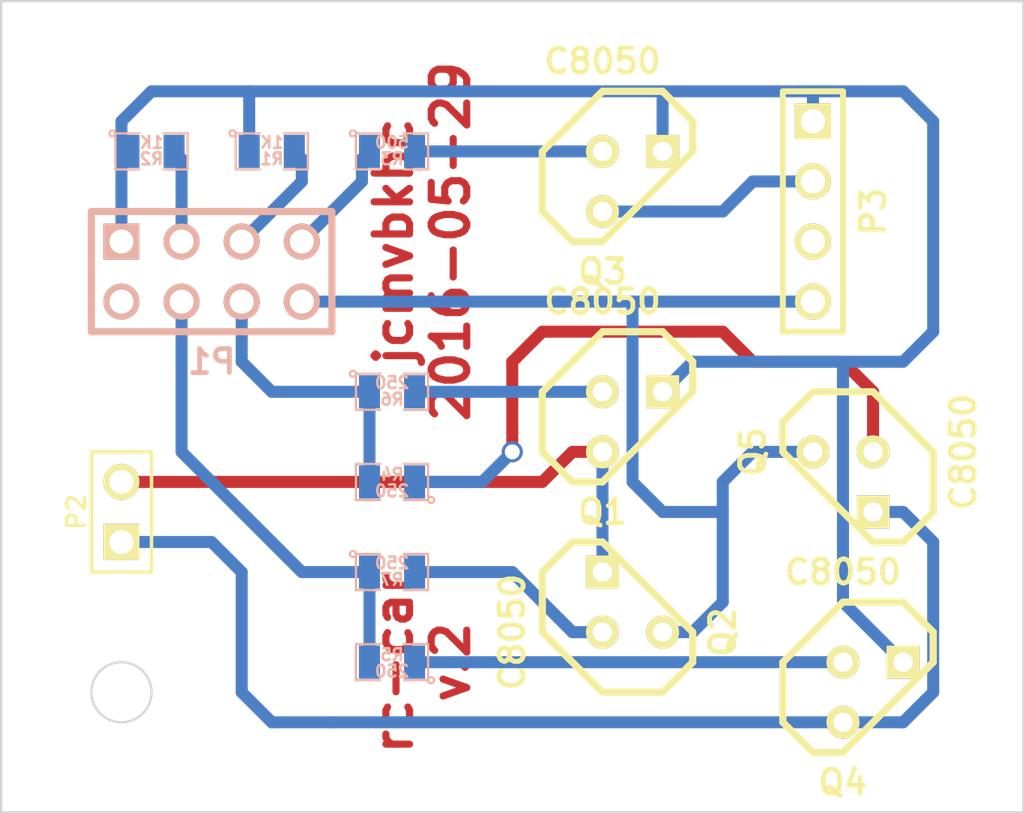
<source format=kicad_pcb>
(kicad_pcb (version 3) (host pcbnew "(22-Jun-2014 BZR 4027)-stable")

  (general
    (links 26)
    (no_connects 0)
    (area 49.479999 35.509999 92.760001 69.900001)
    (thickness 1.6)
    (drawings 7)
    (tracks 90)
    (zones 0)
    (modules 15)
    (nets 16)
  )

  (page A4)
  (layers
    (15 F.Cu signal)
    (0 B.Cu signal)
    (16 B.Adhes user)
    (17 F.Adhes user)
    (18 B.Paste user)
    (19 F.Paste user)
    (20 B.SilkS user)
    (21 F.SilkS user)
    (22 B.Mask user)
    (23 F.Mask user)
    (24 Dwgs.User user)
    (25 Cmts.User user)
    (26 Eco1.User user)
    (27 Eco2.User user)
    (28 Edge.Cuts user)
  )

  (setup
    (last_trace_width 0.508)
    (trace_clearance 0.254)
    (zone_clearance 0.508)
    (zone_45_only no)
    (trace_min 0.254)
    (segment_width 0.2)
    (edge_width 0.1)
    (via_size 0.889)
    (via_drill 0.635)
    (via_min_size 0.889)
    (via_min_drill 0.508)
    (uvia_size 0.508)
    (uvia_drill 0.127)
    (uvias_allowed no)
    (uvia_min_size 0.508)
    (uvia_min_drill 0.127)
    (pcb_text_width 0.3)
    (pcb_text_size 1.5 1.5)
    (mod_edge_width 0.15)
    (mod_text_size 1 1)
    (mod_text_width 0.15)
    (pad_size 1.5 1.5)
    (pad_drill 0.6)
    (pad_to_mask_clearance 0)
    (aux_axis_origin 49.53 72.39)
    (visible_elements FFFFFFBF)
    (pcbplotparams
      (layerselection 32768)
      (usegerberextensions false)
      (excludeedgelayer false)
      (linewidth 0.150000)
      (plotframeref false)
      (viasonmask false)
      (mode 1)
      (useauxorigin false)
      (hpglpennumber 1)
      (hpglpenspeed 20)
      (hpglpendiameter 15)
      (hpglpenoverlay 2)
      (psnegative false)
      (psa4output false)
      (plotreference true)
      (plotvalue true)
      (plotothertext true)
      (plotinvisibletext false)
      (padsonsilk false)
      (subtractmaskfromsilk false)
      (outputformat 2)
      (mirror true)
      (drillshape 1)
      (scaleselection 1)
      (outputdirectory plots))
  )

  (net 0 "")
  (net 1 +5V)
  (net 2 /BKWD)
  (net 3 /FWD)
  (net 4 /MN)
  (net 5 /MP)
  (net 6 /STEER)
  (net 7 GND)
  (net 8 N-0000011)
  (net 9 N-0000012)
  (net 10 N-0000013)
  (net 11 N-0000014)
  (net 12 N-0000016)
  (net 13 N-0000017)
  (net 14 N-000004)
  (net 15 N-000006)

  (net_class Default "This is the default net class."
    (clearance 0.254)
    (trace_width 0.508)
    (via_dia 0.889)
    (via_drill 0.635)
    (uvia_dia 0.508)
    (uvia_drill 0.127)
    (add_net "")
    (add_net /BKWD)
    (add_net /FWD)
    (add_net /STEER)
    (add_net N-0000011)
    (add_net N-0000012)
    (add_net N-0000013)
    (add_net N-0000014)
    (add_net N-0000016)
    (add_net N-0000017)
    (add_net N-000004)
    (add_net N-000006)
  )

  (net_class Power ""
    (clearance 0.254)
    (trace_width 0.508)
    (via_dia 0.889)
    (via_drill 0.635)
    (uvia_dia 0.508)
    (uvia_drill 0.127)
    (add_net +5V)
    (add_net /MN)
    (add_net /MP)
    (add_net GND)
  )

  (module SM0805 (layer B.Cu) (tedit 5091495C) (tstamp 573FC9B3)
    (at 66.04 55.88 180)
    (path /573FB71D)
    (attr smd)
    (fp_text reference R4 (at 0 0.3175 180) (layer B.SilkS)
      (effects (font (size 0.50038 0.50038) (thickness 0.10922)) (justify mirror))
    )
    (fp_text value 250 (at 0 -0.381 180) (layer B.SilkS)
      (effects (font (size 0.50038 0.50038) (thickness 0.10922)) (justify mirror))
    )
    (fp_circle (center -1.651 -0.762) (end -1.651 -0.635) (layer B.SilkS) (width 0.09906))
    (fp_line (start -0.508 -0.762) (end -1.524 -0.762) (layer B.SilkS) (width 0.09906))
    (fp_line (start -1.524 -0.762) (end -1.524 0.762) (layer B.SilkS) (width 0.09906))
    (fp_line (start -1.524 0.762) (end -0.508 0.762) (layer B.SilkS) (width 0.09906))
    (fp_line (start 0.508 0.762) (end 1.524 0.762) (layer B.SilkS) (width 0.09906))
    (fp_line (start 1.524 0.762) (end 1.524 -0.762) (layer B.SilkS) (width 0.09906))
    (fp_line (start 1.524 -0.762) (end 0.508 -0.762) (layer B.SilkS) (width 0.09906))
    (pad 1 smd rect (at -0.9525 0 180) (size 0.889 1.397)
      (layers B.Cu B.Paste B.Mask)
      (net 12 N-0000016)
    )
    (pad 2 smd rect (at 0.9525 0 180) (size 0.889 1.397)
      (layers B.Cu B.Paste B.Mask)
      (net 3 /FWD)
    )
    (model smd/chip_cms.wrl
      (at (xyz 0 0 0))
      (scale (xyz 0.1 0.1 0.1))
      (rotate (xyz 0 0 0))
    )
  )

  (module SM0805 (layer B.Cu) (tedit 5091495C) (tstamp 573FC9C0)
    (at 66.04 63.5 180)
    (path /573FB72F)
    (attr smd)
    (fp_text reference R5 (at 0 0.3175 180) (layer B.SilkS)
      (effects (font (size 0.50038 0.50038) (thickness 0.10922)) (justify mirror))
    )
    (fp_text value 250 (at 0 -0.381 180) (layer B.SilkS)
      (effects (font (size 0.50038 0.50038) (thickness 0.10922)) (justify mirror))
    )
    (fp_circle (center -1.651 -0.762) (end -1.651 -0.635) (layer B.SilkS) (width 0.09906))
    (fp_line (start -0.508 -0.762) (end -1.524 -0.762) (layer B.SilkS) (width 0.09906))
    (fp_line (start -1.524 -0.762) (end -1.524 0.762) (layer B.SilkS) (width 0.09906))
    (fp_line (start -1.524 0.762) (end -0.508 0.762) (layer B.SilkS) (width 0.09906))
    (fp_line (start 0.508 0.762) (end 1.524 0.762) (layer B.SilkS) (width 0.09906))
    (fp_line (start 1.524 0.762) (end 1.524 -0.762) (layer B.SilkS) (width 0.09906))
    (fp_line (start 1.524 -0.762) (end 0.508 -0.762) (layer B.SilkS) (width 0.09906))
    (pad 1 smd rect (at -0.9525 0 180) (size 0.889 1.397)
      (layers B.Cu B.Paste B.Mask)
      (net 13 N-0000017)
    )
    (pad 2 smd rect (at 0.9525 0 180) (size 0.889 1.397)
      (layers B.Cu B.Paste B.Mask)
      (net 2 /BKWD)
    )
    (model smd/chip_cms.wrl
      (at (xyz 0 0 0))
      (scale (xyz 0.1 0.1 0.1))
      (rotate (xyz 0 0 0))
    )
  )

  (module SM0805 (layer B.Cu) (tedit 5091495C) (tstamp 573FC9CD)
    (at 55.88 41.91)
    (path /573FBAB1)
    (attr smd)
    (fp_text reference R2 (at 0 0.3175) (layer B.SilkS)
      (effects (font (size 0.50038 0.50038) (thickness 0.10922)) (justify mirror))
    )
    (fp_text value 1K (at 0 -0.381) (layer B.SilkS)
      (effects (font (size 0.50038 0.50038) (thickness 0.10922)) (justify mirror))
    )
    (fp_circle (center -1.651 -0.762) (end -1.651 -0.635) (layer B.SilkS) (width 0.09906))
    (fp_line (start -0.508 -0.762) (end -1.524 -0.762) (layer B.SilkS) (width 0.09906))
    (fp_line (start -1.524 -0.762) (end -1.524 0.762) (layer B.SilkS) (width 0.09906))
    (fp_line (start -1.524 0.762) (end -0.508 0.762) (layer B.SilkS) (width 0.09906))
    (fp_line (start 0.508 0.762) (end 1.524 0.762) (layer B.SilkS) (width 0.09906))
    (fp_line (start 1.524 0.762) (end 1.524 -0.762) (layer B.SilkS) (width 0.09906))
    (fp_line (start 1.524 -0.762) (end 0.508 -0.762) (layer B.SilkS) (width 0.09906))
    (pad 1 smd rect (at -0.9525 0) (size 0.889 1.397)
      (layers B.Cu B.Paste B.Mask)
      (net 1 +5V)
    )
    (pad 2 smd rect (at 0.9525 0) (size 0.889 1.397)
      (layers B.Cu B.Paste B.Mask)
      (net 11 N-0000014)
    )
    (model smd/chip_cms.wrl
      (at (xyz 0 0 0))
      (scale (xyz 0.1 0.1 0.1))
      (rotate (xyz 0 0 0))
    )
  )

  (module SM0805 (layer B.Cu) (tedit 5091495C) (tstamp 573FC9DA)
    (at 60.96 41.91)
    (path /573FBAC0)
    (attr smd)
    (fp_text reference R1 (at 0 0.3175) (layer B.SilkS)
      (effects (font (size 0.50038 0.50038) (thickness 0.10922)) (justify mirror))
    )
    (fp_text value 1K (at 0 -0.381) (layer B.SilkS)
      (effects (font (size 0.50038 0.50038) (thickness 0.10922)) (justify mirror))
    )
    (fp_circle (center -1.651 -0.762) (end -1.651 -0.635) (layer B.SilkS) (width 0.09906))
    (fp_line (start -0.508 -0.762) (end -1.524 -0.762) (layer B.SilkS) (width 0.09906))
    (fp_line (start -1.524 -0.762) (end -1.524 0.762) (layer B.SilkS) (width 0.09906))
    (fp_line (start -1.524 0.762) (end -0.508 0.762) (layer B.SilkS) (width 0.09906))
    (fp_line (start 0.508 0.762) (end 1.524 0.762) (layer B.SilkS) (width 0.09906))
    (fp_line (start 1.524 0.762) (end 1.524 -0.762) (layer B.SilkS) (width 0.09906))
    (fp_line (start 1.524 -0.762) (end 0.508 -0.762) (layer B.SilkS) (width 0.09906))
    (pad 1 smd rect (at -0.9525 0) (size 0.889 1.397)
      (layers B.Cu B.Paste B.Mask)
      (net 1 +5V)
    )
    (pad 2 smd rect (at 0.9525 0) (size 0.889 1.397)
      (layers B.Cu B.Paste B.Mask)
      (net 10 N-0000013)
    )
    (model smd/chip_cms.wrl
      (at (xyz 0 0 0))
      (scale (xyz 0.1 0.1 0.1))
      (rotate (xyz 0 0 0))
    )
  )

  (module SM0805 (layer B.Cu) (tedit 5091495C) (tstamp 573FC9E7)
    (at 66.04 41.91)
    (path /573FC1F7)
    (attr smd)
    (fp_text reference R3 (at 0 0.3175) (layer B.SilkS)
      (effects (font (size 0.50038 0.50038) (thickness 0.10922)) (justify mirror))
    )
    (fp_text value 500 (at 0 -0.381) (layer B.SilkS)
      (effects (font (size 0.50038 0.50038) (thickness 0.10922)) (justify mirror))
    )
    (fp_circle (center -1.651 -0.762) (end -1.651 -0.635) (layer B.SilkS) (width 0.09906))
    (fp_line (start -0.508 -0.762) (end -1.524 -0.762) (layer B.SilkS) (width 0.09906))
    (fp_line (start -1.524 -0.762) (end -1.524 0.762) (layer B.SilkS) (width 0.09906))
    (fp_line (start -1.524 0.762) (end -0.508 0.762) (layer B.SilkS) (width 0.09906))
    (fp_line (start 0.508 0.762) (end 1.524 0.762) (layer B.SilkS) (width 0.09906))
    (fp_line (start 1.524 0.762) (end 1.524 -0.762) (layer B.SilkS) (width 0.09906))
    (fp_line (start 1.524 -0.762) (end 0.508 -0.762) (layer B.SilkS) (width 0.09906))
    (pad 1 smd rect (at -0.9525 0) (size 0.889 1.397)
      (layers B.Cu B.Paste B.Mask)
      (net 9 N-0000012)
    )
    (pad 2 smd rect (at 0.9525 0) (size 0.889 1.397)
      (layers B.Cu B.Paste B.Mask)
      (net 6 /STEER)
    )
    (model smd/chip_cms.wrl
      (at (xyz 0 0 0))
      (scale (xyz 0.1 0.1 0.1))
      (rotate (xyz 0 0 0))
    )
  )

  (module pin_array_4x2 (layer B.Cu) (tedit 3FAB90E6) (tstamp 573FC9F7)
    (at 58.42 46.99)
    (descr "Double rangee de contacts 2 x 4 pins")
    (tags CONN)
    (path /573FB706)
    (fp_text reference P1 (at 0 3.81) (layer B.SilkS)
      (effects (font (size 1.016 1.016) (thickness 0.2032)) (justify mirror))
    )
    (fp_text value CONN_4X2 (at 0 -3.81) (layer B.SilkS) hide
      (effects (font (size 1.016 1.016) (thickness 0.2032)) (justify mirror))
    )
    (fp_line (start -5.08 2.54) (end 5.08 2.54) (layer B.SilkS) (width 0.3048))
    (fp_line (start 5.08 2.54) (end 5.08 -2.54) (layer B.SilkS) (width 0.3048))
    (fp_line (start 5.08 -2.54) (end -5.08 -2.54) (layer B.SilkS) (width 0.3048))
    (fp_line (start -5.08 -2.54) (end -5.08 2.54) (layer B.SilkS) (width 0.3048))
    (pad 1 thru_hole rect (at -3.81 -1.27) (size 1.524 1.524) (drill 1.016)
      (layers *.Cu *.Mask B.SilkS)
      (net 1 +5V)
    )
    (pad 2 thru_hole circle (at -3.81 1.27) (size 1.524 1.524) (drill 1.016)
      (layers *.Cu *.Mask B.SilkS)
    )
    (pad 3 thru_hole circle (at -1.27 -1.27) (size 1.524 1.524) (drill 1.016)
      (layers *.Cu *.Mask B.SilkS)
      (net 11 N-0000014)
    )
    (pad 4 thru_hole circle (at -1.27 1.27) (size 1.524 1.524) (drill 1.016)
      (layers *.Cu *.Mask B.SilkS)
      (net 2 /BKWD)
    )
    (pad 5 thru_hole circle (at 1.27 -1.27) (size 1.524 1.524) (drill 1.016)
      (layers *.Cu *.Mask B.SilkS)
      (net 10 N-0000013)
    )
    (pad 6 thru_hole circle (at 1.27 1.27) (size 1.524 1.524) (drill 1.016)
      (layers *.Cu *.Mask B.SilkS)
      (net 3 /FWD)
    )
    (pad 7 thru_hole circle (at 3.81 -1.27) (size 1.524 1.524) (drill 1.016)
      (layers *.Cu *.Mask B.SilkS)
      (net 9 N-0000012)
    )
    (pad 8 thru_hole circle (at 3.81 1.27) (size 1.524 1.524) (drill 1.016)
      (layers *.Cu *.Mask B.SilkS)
      (net 7 GND)
    )
    (model pin_array/pins_array_4x2.wrl
      (at (xyz 0 0 0))
      (scale (xyz 1 1 1))
      (rotate (xyz 0 0 0))
    )
  )

  (module PIN_ARRAY_2X1 (layer F.Cu) (tedit 573FCB09) (tstamp 573FCA01)
    (at 54.61 57.15 90)
    (descr "Connecteurs 2 pins")
    (tags "CONN DEV")
    (path /573FB2AF)
    (fp_text reference P2 (at 0 -1.905 90) (layer F.SilkS)
      (effects (font (size 0.762 0.762) (thickness 0.1524)))
    )
    (fp_text value CONN_2 (at 0 -1.905 90) (layer F.SilkS) hide
      (effects (font (size 0.762 0.762) (thickness 0.1524)))
    )
    (fp_line (start -2.54 1.27) (end -2.54 -1.27) (layer F.SilkS) (width 0.1524))
    (fp_line (start -2.54 -1.27) (end 2.54 -1.27) (layer F.SilkS) (width 0.1524))
    (fp_line (start 2.54 -1.27) (end 2.54 1.27) (layer F.SilkS) (width 0.1524))
    (fp_line (start 2.54 1.27) (end -2.54 1.27) (layer F.SilkS) (width 0.1524))
    (pad 1 thru_hole rect (at -1.27 0 90) (size 1.524 1.524) (drill 1.016)
      (layers *.Cu *.Mask F.SilkS)
      (net 4 /MN)
    )
    (pad 2 thru_hole circle (at 1.27 0 90) (size 1.524 1.524) (drill 1.016)
      (layers *.Cu *.Mask F.SilkS)
      (net 5 /MP)
    )
    (model pin_array/pins_array_2x1.wrl
      (at (xyz 0 0 0))
      (scale (xyz 1 1 1))
      (rotate (xyz 0 0 0))
    )
  )

  (module TO92-123 (layer F.Cu) (tedit 4C5F51CE) (tstamp 573FCA32)
    (at 76.2 53.34)
    (descr "Transistor TO92 brochage type BC237")
    (tags "TR TO92")
    (path /573FB139)
    (fp_text reference Q1 (at -1.27 3.81) (layer F.SilkS)
      (effects (font (size 1.016 1.016) (thickness 0.2032)))
    )
    (fp_text value C8050 (at -1.27 -5.08) (layer F.SilkS)
      (effects (font (size 1.016 1.016) (thickness 0.2032)))
    )
    (fp_line (start -1.27 2.54) (end 2.54 -1.27) (layer F.SilkS) (width 0.3048))
    (fp_line (start 2.54 -1.27) (end 2.54 -2.54) (layer F.SilkS) (width 0.3048))
    (fp_line (start 2.54 -2.54) (end 1.27 -3.81) (layer F.SilkS) (width 0.3048))
    (fp_line (start 1.27 -3.81) (end -1.27 -3.81) (layer F.SilkS) (width 0.3048))
    (fp_line (start -1.27 -3.81) (end -3.81 -1.27) (layer F.SilkS) (width 0.3048))
    (fp_line (start -3.81 -1.27) (end -3.81 1.27) (layer F.SilkS) (width 0.3048))
    (fp_line (start -3.81 1.27) (end -2.54 2.54) (layer F.SilkS) (width 0.3048))
    (fp_line (start -2.54 2.54) (end -1.27 2.54) (layer F.SilkS) (width 0.3048))
    (pad 3 thru_hole rect (at 1.27 -1.27) (size 1.397 1.397) (drill 0.8128)
      (layers *.Cu *.Mask F.SilkS)
      (net 1 +5V)
    )
    (pad 2 thru_hole circle (at -1.27 -1.27) (size 1.397 1.397) (drill 0.8128)
      (layers *.Cu *.Mask F.SilkS)
      (net 14 N-000004)
    )
    (pad 1 thru_hole circle (at -1.27 1.27) (size 1.397 1.397) (drill 0.8128)
      (layers *.Cu *.Mask F.SilkS)
      (net 5 /MP)
    )
    (model discret/to98.wrl
      (at (xyz 0 0 0))
      (scale (xyz 1 1 1))
      (rotate (xyz 0 0 0))
    )
  )

  (module TO92-123 (layer F.Cu) (tedit 4C5F51CE) (tstamp 573FCA41)
    (at 76.2 60.96 90)
    (descr "Transistor TO92 brochage type BC237")
    (tags "TR TO92")
    (path /573FB148)
    (fp_text reference Q2 (at -1.27 3.81 90) (layer F.SilkS)
      (effects (font (size 1.016 1.016) (thickness 0.2032)))
    )
    (fp_text value C8050 (at -1.27 -5.08 90) (layer F.SilkS)
      (effects (font (size 1.016 1.016) (thickness 0.2032)))
    )
    (fp_line (start -1.27 2.54) (end 2.54 -1.27) (layer F.SilkS) (width 0.3048))
    (fp_line (start 2.54 -1.27) (end 2.54 -2.54) (layer F.SilkS) (width 0.3048))
    (fp_line (start 2.54 -2.54) (end 1.27 -3.81) (layer F.SilkS) (width 0.3048))
    (fp_line (start 1.27 -3.81) (end -1.27 -3.81) (layer F.SilkS) (width 0.3048))
    (fp_line (start -1.27 -3.81) (end -3.81 -1.27) (layer F.SilkS) (width 0.3048))
    (fp_line (start -3.81 -1.27) (end -3.81 1.27) (layer F.SilkS) (width 0.3048))
    (fp_line (start -3.81 1.27) (end -2.54 2.54) (layer F.SilkS) (width 0.3048))
    (fp_line (start -2.54 2.54) (end -1.27 2.54) (layer F.SilkS) (width 0.3048))
    (pad 3 thru_hole rect (at 1.27 -1.27 90) (size 1.397 1.397) (drill 0.8128)
      (layers *.Cu *.Mask F.SilkS)
      (net 5 /MP)
    )
    (pad 2 thru_hole circle (at -1.27 -1.27 90) (size 1.397 1.397) (drill 0.8128)
      (layers *.Cu *.Mask F.SilkS)
      (net 15 N-000006)
    )
    (pad 1 thru_hole circle (at -1.27 1.27 90) (size 1.397 1.397) (drill 0.8128)
      (layers *.Cu *.Mask F.SilkS)
      (net 7 GND)
    )
    (model discret/to98.wrl
      (at (xyz 0 0 0))
      (scale (xyz 1 1 1))
      (rotate (xyz 0 0 0))
    )
  )

  (module TO92-123 (layer F.Cu) (tedit 4C5F51CE) (tstamp 573FCA50)
    (at 86.36 64.77)
    (descr "Transistor TO92 brochage type BC237")
    (tags "TR TO92")
    (path /573FB158)
    (fp_text reference Q4 (at -1.27 3.81) (layer F.SilkS)
      (effects (font (size 1.016 1.016) (thickness 0.2032)))
    )
    (fp_text value C8050 (at -1.27 -5.08) (layer F.SilkS)
      (effects (font (size 1.016 1.016) (thickness 0.2032)))
    )
    (fp_line (start -1.27 2.54) (end 2.54 -1.27) (layer F.SilkS) (width 0.3048))
    (fp_line (start 2.54 -1.27) (end 2.54 -2.54) (layer F.SilkS) (width 0.3048))
    (fp_line (start 2.54 -2.54) (end 1.27 -3.81) (layer F.SilkS) (width 0.3048))
    (fp_line (start 1.27 -3.81) (end -1.27 -3.81) (layer F.SilkS) (width 0.3048))
    (fp_line (start -1.27 -3.81) (end -3.81 -1.27) (layer F.SilkS) (width 0.3048))
    (fp_line (start -3.81 -1.27) (end -3.81 1.27) (layer F.SilkS) (width 0.3048))
    (fp_line (start -3.81 1.27) (end -2.54 2.54) (layer F.SilkS) (width 0.3048))
    (fp_line (start -2.54 2.54) (end -1.27 2.54) (layer F.SilkS) (width 0.3048))
    (pad 3 thru_hole rect (at 1.27 -1.27) (size 1.397 1.397) (drill 0.8128)
      (layers *.Cu *.Mask F.SilkS)
      (net 1 +5V)
    )
    (pad 2 thru_hole circle (at -1.27 -1.27) (size 1.397 1.397) (drill 0.8128)
      (layers *.Cu *.Mask F.SilkS)
      (net 13 N-0000017)
    )
    (pad 1 thru_hole circle (at -1.27 1.27) (size 1.397 1.397) (drill 0.8128)
      (layers *.Cu *.Mask F.SilkS)
      (net 4 /MN)
    )
    (model discret/to98.wrl
      (at (xyz 0 0 0))
      (scale (xyz 1 1 1))
      (rotate (xyz 0 0 0))
    )
  )

  (module TO92-123 (layer F.Cu) (tedit 4C5F51CE) (tstamp 573FCA5F)
    (at 85.09 55.88 270)
    (descr "Transistor TO92 brochage type BC237")
    (tags "TR TO92")
    (path /573FB167)
    (fp_text reference Q5 (at -1.27 3.81 270) (layer F.SilkS)
      (effects (font (size 1.016 1.016) (thickness 0.2032)))
    )
    (fp_text value C8050 (at -1.27 -5.08 270) (layer F.SilkS)
      (effects (font (size 1.016 1.016) (thickness 0.2032)))
    )
    (fp_line (start -1.27 2.54) (end 2.54 -1.27) (layer F.SilkS) (width 0.3048))
    (fp_line (start 2.54 -1.27) (end 2.54 -2.54) (layer F.SilkS) (width 0.3048))
    (fp_line (start 2.54 -2.54) (end 1.27 -3.81) (layer F.SilkS) (width 0.3048))
    (fp_line (start 1.27 -3.81) (end -1.27 -3.81) (layer F.SilkS) (width 0.3048))
    (fp_line (start -1.27 -3.81) (end -3.81 -1.27) (layer F.SilkS) (width 0.3048))
    (fp_line (start -3.81 -1.27) (end -3.81 1.27) (layer F.SilkS) (width 0.3048))
    (fp_line (start -3.81 1.27) (end -2.54 2.54) (layer F.SilkS) (width 0.3048))
    (fp_line (start -2.54 2.54) (end -1.27 2.54) (layer F.SilkS) (width 0.3048))
    (pad 3 thru_hole rect (at 1.27 -1.27 270) (size 1.397 1.397) (drill 0.8128)
      (layers *.Cu *.Mask F.SilkS)
      (net 4 /MN)
    )
    (pad 2 thru_hole circle (at -1.27 -1.27 270) (size 1.397 1.397) (drill 0.8128)
      (layers *.Cu *.Mask F.SilkS)
      (net 12 N-0000016)
    )
    (pad 1 thru_hole circle (at -1.27 1.27 270) (size 1.397 1.397) (drill 0.8128)
      (layers *.Cu *.Mask F.SilkS)
      (net 7 GND)
    )
    (model discret/to98.wrl
      (at (xyz 0 0 0))
      (scale (xyz 1 1 1))
      (rotate (xyz 0 0 0))
    )
  )

  (module TO92-123 (layer F.Cu) (tedit 4C5F51CE) (tstamp 573FCA6E)
    (at 76.2 43.18)
    (descr "Transistor TO92 brochage type BC237")
    (tags "TR TO92")
    (path /573FC6CD)
    (fp_text reference Q3 (at -1.27 3.81) (layer F.SilkS)
      (effects (font (size 1.016 1.016) (thickness 0.2032)))
    )
    (fp_text value C8050 (at -1.27 -5.08) (layer F.SilkS)
      (effects (font (size 1.016 1.016) (thickness 0.2032)))
    )
    (fp_line (start -1.27 2.54) (end 2.54 -1.27) (layer F.SilkS) (width 0.3048))
    (fp_line (start 2.54 -1.27) (end 2.54 -2.54) (layer F.SilkS) (width 0.3048))
    (fp_line (start 2.54 -2.54) (end 1.27 -3.81) (layer F.SilkS) (width 0.3048))
    (fp_line (start 1.27 -3.81) (end -1.27 -3.81) (layer F.SilkS) (width 0.3048))
    (fp_line (start -1.27 -3.81) (end -3.81 -1.27) (layer F.SilkS) (width 0.3048))
    (fp_line (start -3.81 -1.27) (end -3.81 1.27) (layer F.SilkS) (width 0.3048))
    (fp_line (start -3.81 1.27) (end -2.54 2.54) (layer F.SilkS) (width 0.3048))
    (fp_line (start -2.54 2.54) (end -1.27 2.54) (layer F.SilkS) (width 0.3048))
    (pad 3 thru_hole rect (at 1.27 -1.27) (size 1.397 1.397) (drill 0.8128)
      (layers *.Cu *.Mask F.SilkS)
      (net 1 +5V)
    )
    (pad 2 thru_hole circle (at -1.27 -1.27) (size 1.397 1.397) (drill 0.8128)
      (layers *.Cu *.Mask F.SilkS)
      (net 6 /STEER)
    )
    (pad 1 thru_hole circle (at -1.27 1.27) (size 1.397 1.397) (drill 0.8128)
      (layers *.Cu *.Mask F.SilkS)
      (net 8 N-0000011)
    )
    (model discret/to98.wrl
      (at (xyz 0 0 0))
      (scale (xyz 1 1 1))
      (rotate (xyz 0 0 0))
    )
  )

  (module PIN_ARRAY_4x1 (layer F.Cu) (tedit 4C10F42E) (tstamp 573FCA7B)
    (at 83.82 44.45 270)
    (descr "Double rangee de contacts 2 x 5 pins")
    (tags CONN)
    (path /573FC62A)
    (fp_text reference P3 (at 0 -2.54 270) (layer F.SilkS)
      (effects (font (size 1.016 1.016) (thickness 0.2032)))
    )
    (fp_text value CONN_4 (at 0 2.54 270) (layer F.SilkS) hide
      (effects (font (size 1.016 1.016) (thickness 0.2032)))
    )
    (fp_line (start 5.08 1.27) (end -5.08 1.27) (layer F.SilkS) (width 0.254))
    (fp_line (start 5.08 -1.27) (end -5.08 -1.27) (layer F.SilkS) (width 0.254))
    (fp_line (start -5.08 -1.27) (end -5.08 1.27) (layer F.SilkS) (width 0.254))
    (fp_line (start 5.08 1.27) (end 5.08 -1.27) (layer F.SilkS) (width 0.254))
    (pad 1 thru_hole rect (at -3.81 0 270) (size 1.524 1.524) (drill 1.016)
      (layers *.Cu *.Mask F.SilkS)
      (net 1 +5V)
    )
    (pad 2 thru_hole circle (at -1.27 0 270) (size 1.524 1.524) (drill 1.016)
      (layers *.Cu *.Mask F.SilkS)
      (net 8 N-0000011)
    )
    (pad 3 thru_hole circle (at 1.27 0 270) (size 1.524 1.524) (drill 1.016)
      (layers *.Cu *.Mask F.SilkS)
    )
    (pad 4 thru_hole circle (at 3.81 0 270) (size 1.524 1.524) (drill 1.016)
      (layers *.Cu *.Mask F.SilkS)
      (net 7 GND)
    )
    (model pin_array\pins_array_4x1.wrl
      (at (xyz 0 0 0))
      (scale (xyz 1 1 1))
      (rotate (xyz 0 0 0))
    )
  )

  (module SM0805 (layer B.Cu) (tedit 5091495C) (tstamp 574A7D70)
    (at 66.04 59.69)
    (path /574A7CF3)
    (attr smd)
    (fp_text reference R7 (at 0 0.3175) (layer B.SilkS)
      (effects (font (size 0.50038 0.50038) (thickness 0.10922)) (justify mirror))
    )
    (fp_text value 250 (at 0 -0.381) (layer B.SilkS)
      (effects (font (size 0.50038 0.50038) (thickness 0.10922)) (justify mirror))
    )
    (fp_circle (center -1.651 -0.762) (end -1.651 -0.635) (layer B.SilkS) (width 0.09906))
    (fp_line (start -0.508 -0.762) (end -1.524 -0.762) (layer B.SilkS) (width 0.09906))
    (fp_line (start -1.524 -0.762) (end -1.524 0.762) (layer B.SilkS) (width 0.09906))
    (fp_line (start -1.524 0.762) (end -0.508 0.762) (layer B.SilkS) (width 0.09906))
    (fp_line (start 0.508 0.762) (end 1.524 0.762) (layer B.SilkS) (width 0.09906))
    (fp_line (start 1.524 0.762) (end 1.524 -0.762) (layer B.SilkS) (width 0.09906))
    (fp_line (start 1.524 -0.762) (end 0.508 -0.762) (layer B.SilkS) (width 0.09906))
    (pad 1 smd rect (at -0.9525 0) (size 0.889 1.397)
      (layers B.Cu B.Paste B.Mask)
      (net 2 /BKWD)
    )
    (pad 2 smd rect (at 0.9525 0) (size 0.889 1.397)
      (layers B.Cu B.Paste B.Mask)
      (net 15 N-000006)
    )
    (model smd/chip_cms.wrl
      (at (xyz 0 0 0))
      (scale (xyz 0.1 0.1 0.1))
      (rotate (xyz 0 0 0))
    )
  )

  (module SM0805 (layer B.Cu) (tedit 5091495C) (tstamp 574A7D7D)
    (at 66.04 52.07)
    (path /574A7D0C)
    (attr smd)
    (fp_text reference R6 (at 0 0.3175) (layer B.SilkS)
      (effects (font (size 0.50038 0.50038) (thickness 0.10922)) (justify mirror))
    )
    (fp_text value 250 (at 0 -0.381) (layer B.SilkS)
      (effects (font (size 0.50038 0.50038) (thickness 0.10922)) (justify mirror))
    )
    (fp_circle (center -1.651 -0.762) (end -1.651 -0.635) (layer B.SilkS) (width 0.09906))
    (fp_line (start -0.508 -0.762) (end -1.524 -0.762) (layer B.SilkS) (width 0.09906))
    (fp_line (start -1.524 -0.762) (end -1.524 0.762) (layer B.SilkS) (width 0.09906))
    (fp_line (start -1.524 0.762) (end -0.508 0.762) (layer B.SilkS) (width 0.09906))
    (fp_line (start 0.508 0.762) (end 1.524 0.762) (layer B.SilkS) (width 0.09906))
    (fp_line (start 1.524 0.762) (end 1.524 -0.762) (layer B.SilkS) (width 0.09906))
    (fp_line (start 1.524 -0.762) (end 0.508 -0.762) (layer B.SilkS) (width 0.09906))
    (pad 1 smd rect (at -0.9525 0) (size 0.889 1.397)
      (layers B.Cu B.Paste B.Mask)
      (net 3 /FWD)
    )
    (pad 2 smd rect (at 0.9525 0) (size 0.889 1.397)
      (layers B.Cu B.Paste B.Mask)
      (net 14 N-000004)
    )
    (model smd/chip_cms.wrl
      (at (xyz 0 0 0))
      (scale (xyz 0.1 0.1 0.1))
      (rotate (xyz 0 0 0))
    )
  )

  (gr_line (start 92.71 35.56) (end 92.71 69.85) (angle 90) (layer Edge.Cuts) (width 0.1))
  (gr_line (start 49.53 35.56) (end 49.53 69.85) (angle 90) (layer Edge.Cuts) (width 0.1))
  (gr_line (start 92.71 69.85) (end 49.53 69.85) (angle 90) (layer Edge.Cuts) (width 0.1))
  (gr_text "rc-car\nv.2" (at 67.31 63.5 90) (layer F.Cu)
    (effects (font (size 1.5 1.5) (thickness 0.3)))
  )
  (gr_text "jcmvbkbc\n2016-05-29" (at 67.31 45.72 90) (layer F.Cu)
    (effects (font (size 1.5 1.5) (thickness 0.3)))
  )
  (gr_line (start 92.71 35.56) (end 49.53 35.56) (angle 90) (layer Edge.Cuts) (width 0.1))
  (gr_circle (center 54.61 64.77) (end 55.88 64.77) (layer Edge.Cuts) (width 0.1))

  (segment (start 85.09 50.8) (end 78.74 50.8) (width 0.508) (layer B.Cu) (net 1))
  (segment (start 78.74 50.8) (end 77.47 52.07) (width 0.508) (layer B.Cu) (net 1) (tstamp 5741E23A))
  (segment (start 77.47 39.37) (end 77.47 41.91) (width 0.508) (layer B.Cu) (net 1))
  (segment (start 83.82 39.37) (end 83.82 40.64) (width 0.508) (layer B.Cu) (net 1))
  (segment (start 60.0075 41.91) (end 60.0075 39.37) (width 0.508) (layer B.Cu) (net 1))
  (segment (start 85.09 50.8) (end 85.09 60.96) (width 0.508) (layer B.Cu) (net 1))
  (segment (start 85.09 60.96) (end 87.63 63.5) (width 0.508) (layer B.Cu) (net 1) (tstamp 5741B49C))
  (segment (start 83.82 39.37) (end 87.63 39.37) (width 0.508) (layer B.Cu) (net 1))
  (segment (start 87.63 50.8) (end 85.09 50.8) (width 0.508) (layer B.Cu) (net 1) (tstamp 5741B489))
  (segment (start 88.9 49.53) (end 87.63 50.8) (width 0.508) (layer B.Cu) (net 1) (tstamp 5741B47F))
  (segment (start 88.9 40.64) (end 88.9 49.53) (width 0.508) (layer B.Cu) (net 1) (tstamp 5741B47E))
  (segment (start 87.63 39.37) (end 88.9 40.64) (width 0.508) (layer B.Cu) (net 1) (tstamp 5741B47C))
  (segment (start 54.61 45.72) (end 54.61 42.2275) (width 0.508) (layer B.Cu) (net 1))
  (segment (start 54.61 42.2275) (end 54.61 40.64) (width 0.508) (layer B.Cu) (net 1) (tstamp 5741B44F))
  (segment (start 54.61 40.64) (end 55.88 39.37) (width 0.508) (layer B.Cu) (net 1) (tstamp 5741B451))
  (segment (start 55.88 39.37) (end 60.0075 39.37) (width 0.508) (layer B.Cu) (net 1) (tstamp 5741B454))
  (segment (start 60.0075 39.37) (end 77.47 39.37) (width 0.508) (layer B.Cu) (net 1) (tstamp 5741B46C))
  (segment (start 77.47 39.37) (end 83.82 39.37) (width 0.508) (layer B.Cu) (net 1) (tstamp 5741DF5F))
  (segment (start 54.61 42.2275) (end 54.9275 41.91) (width 0.508) (layer B.Cu) (net 1) (tstamp 5741B439))
  (segment (start 85.09 60.96) (end 87.63 63.5) (width 0.254) (layer B.Cu) (net 1) (tstamp 5741B375))
  (segment (start 54.61 42.2275) (end 54.9275 41.91) (width 0.254) (layer B.Cu) (net 1) (tstamp 57406EF8))
  (segment (start 58.42 55.88) (end 62.23 59.69) (width 0.508) (layer B.Cu) (net 2))
  (segment (start 62.23 59.69) (end 65.0875 59.69) (width 0.508) (layer B.Cu) (net 2) (tstamp 574A80B5))
  (segment (start 65.0875 59.69) (end 65.0875 63.5) (width 0.508) (layer B.Cu) (net 2))
  (segment (start 57.15 54.61) (end 58.42 55.88) (width 0.508) (layer B.Cu) (net 2) (tstamp 5741E12C))
  (segment (start 57.15 48.26) (end 57.15 54.61) (width 0.508) (layer B.Cu) (net 2))
  (segment (start 65.0875 52.07) (end 65.0875 55.88) (width 0.508) (layer B.Cu) (net 3))
  (segment (start 59.69 48.26) (end 59.69 50.8) (width 0.508) (layer B.Cu) (net 3))
  (segment (start 59.69 50.8) (end 60.96 52.07) (width 0.508) (layer B.Cu) (net 3) (tstamp 5741DFEC))
  (segment (start 60.96 52.07) (end 62.23 52.07) (width 0.508) (layer B.Cu) (net 3) (tstamp 5741DFED))
  (segment (start 62.23 52.07) (end 65.0875 52.07) (width 0.508) (layer B.Cu) (net 3) (tstamp 574A7F97))
  (segment (start 58.42 58.42) (end 59.69 59.69) (width 0.508) (layer B.Cu) (net 4))
  (segment (start 60.96 66.04) (end 63.5 66.04) (width 0.508) (layer B.Cu) (net 4) (tstamp 574A807B))
  (segment (start 59.69 64.77) (end 60.96 66.04) (width 0.508) (layer B.Cu) (net 4) (tstamp 574A807A))
  (segment (start 59.69 59.69) (end 59.69 64.77) (width 0.508) (layer B.Cu) (net 4) (tstamp 574A8079))
  (segment (start 88.9 64.77) (end 87.63 66.04) (width 0.508) (layer B.Cu) (net 4))
  (segment (start 87.63 66.04) (end 85.09 66.04) (width 0.508) (layer B.Cu) (net 4) (tstamp 5741E158))
  (segment (start 85.09 66.04) (end 63.5 66.04) (width 0.508) (layer B.Cu) (net 4) (tstamp 5741E159))
  (segment (start 54.61 58.42) (end 58.42 58.42) (width 0.508) (layer B.Cu) (net 4))
  (segment (start 87.63 57.15) (end 86.36 57.15) (width 0.508) (layer B.Cu) (net 4) (tstamp 5741BA22))
  (segment (start 88.9 58.42) (end 87.63 57.15) (width 0.508) (layer B.Cu) (net 4) (tstamp 5741BA20))
  (segment (start 88.9 64.77) (end 88.9 58.42) (width 0.508) (layer B.Cu) (net 4) (tstamp 5741E156))
  (segment (start 74.93 54.61) (end 74.93 59.69) (width 0.508) (layer B.Cu) (net 5))
  (segment (start 72.39 55.88) (end 73.66 54.61) (width 0.508) (layer F.Cu) (net 5))
  (segment (start 73.66 54.61) (end 74.93 54.61) (width 0.508) (layer F.Cu) (net 5) (tstamp 5741E025))
  (segment (start 54.61 55.88) (end 72.39 55.88) (width 0.508) (layer F.Cu) (net 5))
  (segment (start 66.9925 41.91) (end 74.93 41.91) (width 0.508) (layer B.Cu) (net 6))
  (segment (start 77.47 62.23) (end 78.74 62.23) (width 0.508) (layer B.Cu) (net 7))
  (segment (start 78.74 62.23) (end 80.01 60.96) (width 0.508) (layer B.Cu) (net 7) (tstamp 5741E08D))
  (segment (start 76.2 49.53) (end 76.2 48.26) (width 0.508) (layer B.Cu) (net 7))
  (segment (start 62.23 48.26) (end 76.2 48.26) (width 0.508) (layer B.Cu) (net 7))
  (segment (start 76.2 48.26) (end 83.82 48.26) (width 0.508) (layer B.Cu) (net 7) (tstamp 5741DFAE))
  (segment (start 83.82 54.61) (end 81.28 54.61) (width 0.508) (layer B.Cu) (net 7))
  (segment (start 81.28 54.61) (end 80.01 55.88) (width 0.508) (layer B.Cu) (net 7) (tstamp 5741B4F4))
  (segment (start 80.01 55.88) (end 80.01 60.96) (width 0.508) (layer B.Cu) (net 7) (tstamp 5741B4FF))
  (segment (start 76.2 49.53) (end 76.2 55.88) (width 0.508) (layer B.Cu) (net 7))
  (segment (start 77.47 57.15) (end 80.01 57.15) (width 0.508) (layer B.Cu) (net 7) (tstamp 5741B4EA))
  (segment (start 76.2 55.88) (end 77.47 57.15) (width 0.508) (layer B.Cu) (net 7) (tstamp 5741B4E4))
  (segment (start 80.01 55.88) (end 81.28 54.61) (width 0.254) (layer B.Cu) (net 7) (tstamp 5741B294))
  (segment (start 80.01 57.15) (end 80.01 55.88) (width 0.254) (layer B.Cu) (net 7) (tstamp 5741B4F0))
  (segment (start 74.93 44.45) (end 80.01 44.45) (width 0.508) (layer B.Cu) (net 8))
  (segment (start 81.28 43.18) (end 83.82 43.18) (width 0.508) (layer B.Cu) (net 8) (tstamp 5741DF99))
  (segment (start 80.01 44.45) (end 81.28 43.18) (width 0.508) (layer B.Cu) (net 8) (tstamp 5741DF97))
  (segment (start 62.23 45.72) (end 64.77 43.18) (width 0.508) (layer B.Cu) (net 9))
  (segment (start 64.77 42.2275) (end 65.0875 41.91) (width 0.508) (layer B.Cu) (net 9) (tstamp 5741DF8B))
  (segment (start 64.77 43.18) (end 64.77 42.2275) (width 0.508) (layer B.Cu) (net 9) (tstamp 5741DF89))
  (segment (start 59.69 45.72) (end 62.23 43.18) (width 0.508) (layer B.Cu) (net 10))
  (segment (start 62.23 42.2275) (end 61.9125 41.91) (width 0.508) (layer B.Cu) (net 10) (tstamp 5741DF82))
  (segment (start 62.23 43.18) (end 62.23 42.2275) (width 0.508) (layer B.Cu) (net 10) (tstamp 5741DF7F))
  (segment (start 57.15 45.72) (end 57.15 42.2275) (width 0.508) (layer B.Cu) (net 11))
  (segment (start 57.15 42.2275) (end 56.8325 41.91) (width 0.508) (layer B.Cu) (net 11) (tstamp 5741DF79))
  (segment (start 66.9925 55.88) (end 69.85 55.88) (width 0.508) (layer B.Cu) (net 12) (status 400000))
  (segment (start 81.28 50.8) (end 82.55 50.8) (width 0.508) (layer F.Cu) (net 12) (tstamp 574A8184))
  (segment (start 80.01 49.53) (end 81.28 50.8) (width 0.508) (layer F.Cu) (net 12) (tstamp 574A8180))
  (segment (start 72.39 49.53) (end 80.01 49.53) (width 0.508) (layer F.Cu) (net 12) (tstamp 574A817F))
  (segment (start 71.12 50.8) (end 72.39 49.53) (width 0.508) (layer F.Cu) (net 12) (tstamp 574A8175))
  (segment (start 71.12 54.61) (end 71.12 50.8) (width 0.508) (layer F.Cu) (net 12) (tstamp 574A8174))
  (via (at 71.12 54.61) (size 0.889) (layers F.Cu B.Cu) (net 12))
  (segment (start 69.85 55.88) (end 71.12 54.61) (width 0.508) (layer B.Cu) (net 12) (tstamp 574A8159))
  (segment (start 86.36 54.61) (end 86.36 52.07) (width 0.508) (layer F.Cu) (net 12))
  (segment (start 85.09 50.8) (end 82.55 50.8) (width 0.508) (layer F.Cu) (net 12) (tstamp 574A7EA6))
  (segment (start 82.55 50.8) (end 82.2325 50.8) (width 0.508) (layer F.Cu) (net 12) (tstamp 574A8189))
  (segment (start 86.36 52.07) (end 85.09 50.8) (width 0.508) (layer F.Cu) (net 12) (tstamp 574A7EA4))
  (segment (start 66.9925 63.5) (end 68.58 63.5) (width 0.508) (layer B.Cu) (net 13))
  (segment (start 85.09 63.5) (end 68.58 63.5) (width 0.508) (layer B.Cu) (net 13))
  (segment (start 66.9925 52.07) (end 74.93 52.07) (width 0.508) (layer B.Cu) (net 14))
  (segment (start 66.9925 59.69) (end 71.12 59.69) (width 0.508) (layer B.Cu) (net 15))
  (segment (start 71.12 59.69) (end 73.66 62.23) (width 0.508) (layer B.Cu) (net 15) (tstamp 574A8039))
  (segment (start 73.66 62.23) (end 74.93 62.23) (width 0.508) (layer B.Cu) (net 15) (tstamp 574A8043))
  (segment (start 73.66 62.23) (end 74.93 62.23) (width 0.508) (layer B.Cu) (net 15) (tstamp 5741E142))

)

</source>
